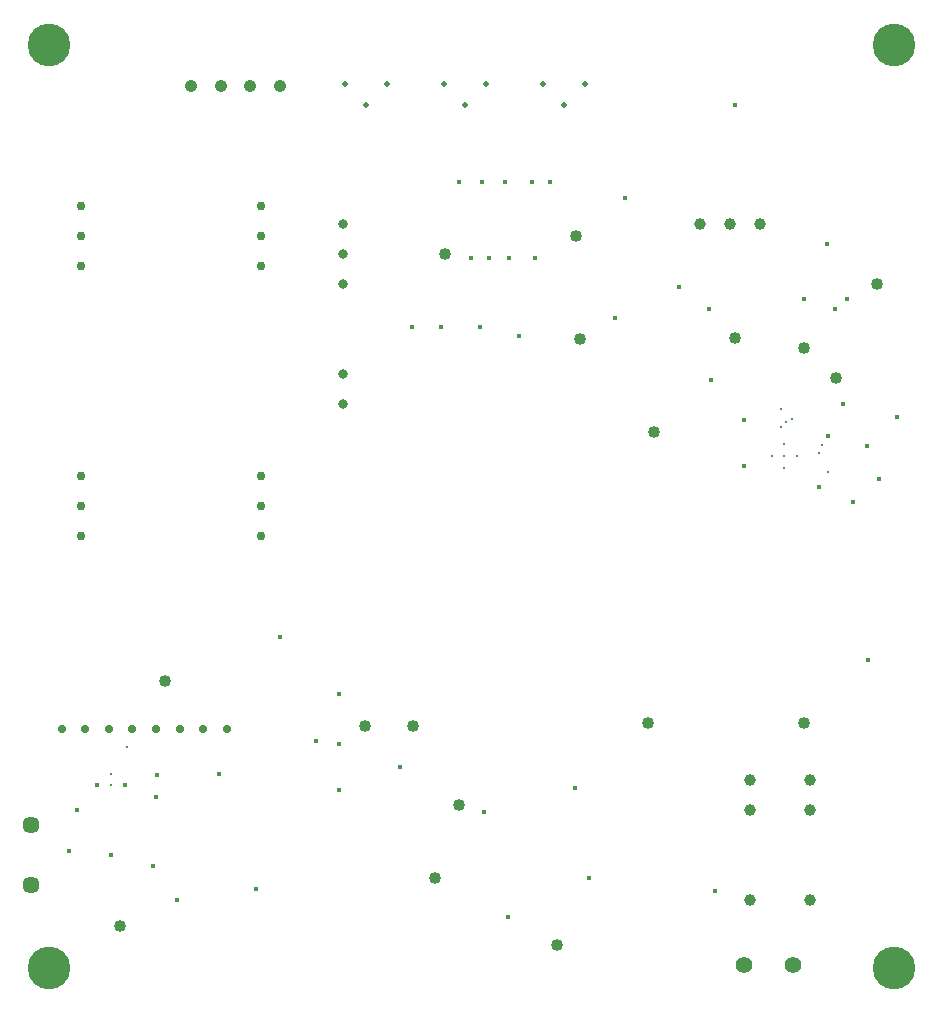
<source format=gbr>
%TF.GenerationSoftware,Altium Limited,Altium Designer,20.0.11 (256)*%
G04 Layer_Color=0*
%FSLAX26Y26*%
%MOIN*%
%TF.FileFunction,Plated,1,2,PTH,Drill*%
%TF.Part,Single*%
G01*
G75*
%TA.AperFunction,ComponentDrill*%
%ADD178C,0.030000*%
%ADD179C,0.057000*%
%ADD180C,0.039370*%
%ADD181C,0.032283*%
%ADD182C,0.142000*%
%ADD183C,0.040000*%
%ADD184C,0.055000*%
%ADD185C,0.039370*%
%ADD186C,0.027559*%
%ADD187C,0.041732*%
%ADD188C,0.020000*%
%ADD189C,0.009000*%
%TA.AperFunction,ViaDrill,NotFilled*%
%ADD190C,0.007874*%
%ADD191C,0.015000*%
%ADD192C,0.009000*%
D178*
X300000Y1645000D02*
D03*
Y1745000D02*
D03*
Y2645000D02*
D03*
Y1845000D02*
D03*
Y2745000D02*
D03*
X900000Y1745000D02*
D03*
Y1645000D02*
D03*
Y1845000D02*
D03*
X300000Y2545000D02*
D03*
X900000D02*
D03*
Y2745000D02*
D03*
Y2645000D02*
D03*
D179*
X133381Y480000D02*
D03*
Y680000D02*
D03*
D180*
X2730000Y830000D02*
D03*
Y730000D02*
D03*
Y430000D02*
D03*
X2530000D02*
D03*
Y730000D02*
D03*
Y830000D02*
D03*
D181*
X1175000Y2485000D02*
D03*
Y2685000D02*
D03*
Y2585000D02*
D03*
Y2185000D02*
D03*
Y2085000D02*
D03*
D182*
X195000Y205000D02*
D03*
Y3280000D02*
D03*
X3010000D02*
D03*
Y205000D02*
D03*
D183*
X2190000Y1020000D02*
D03*
X1559252Y748000D02*
D03*
X1248465Y1010000D02*
D03*
X1515000Y2585000D02*
D03*
X2712000Y2270000D02*
D03*
X431604Y343197D02*
D03*
X1408465Y1010000D02*
D03*
X2955000Y2485000D02*
D03*
X1965000Y2300000D02*
D03*
X1950000Y2645000D02*
D03*
X2479571Y2305000D02*
D03*
X2210000Y1990000D02*
D03*
X580000Y1160000D02*
D03*
X2816535Y2170000D02*
D03*
X2710000Y1020000D02*
D03*
X1480000Y502165D02*
D03*
X1888500Y281299D02*
D03*
D184*
X2672992Y212441D02*
D03*
X2510000D02*
D03*
D185*
X2565000Y2685000D02*
D03*
X2365000D02*
D03*
X2465000D02*
D03*
D186*
X392992Y1000000D02*
D03*
X471732D02*
D03*
X235512D02*
D03*
X314252D02*
D03*
X707953D02*
D03*
X786693D02*
D03*
X550472D02*
D03*
X629212D02*
D03*
D187*
X667029Y3143305D02*
D03*
X765454D02*
D03*
X863880D02*
D03*
X962305D02*
D03*
D188*
X1910000Y3080000D02*
D03*
X1840000Y3150000D02*
D03*
X1980000D02*
D03*
X1250000Y3080000D02*
D03*
X1180000Y3150000D02*
D03*
X1320000D02*
D03*
X1580000Y3080000D02*
D03*
X1510000Y3150000D02*
D03*
X1650000D02*
D03*
D189*
X400000Y850000D02*
D03*
Y815000D02*
D03*
D190*
X2603661Y1910000D02*
D03*
X2645000Y1868661D02*
D03*
Y1910000D02*
D03*
X2686339D02*
D03*
X2645000Y1951339D02*
D03*
D191*
X1365000Y874000D02*
D03*
X1159777Y797373D02*
D03*
X1083965Y960000D02*
D03*
X759098Y849304D02*
D03*
X2789303Y1977500D02*
D03*
X2113087Y2770000D02*
D03*
X553282Y848402D02*
D03*
X447244Y815000D02*
D03*
X550472Y773598D02*
D03*
X1992598Y502598D02*
D03*
X1642569Y722000D02*
D03*
X2415276Y460000D02*
D03*
X1160000Y1115748D02*
D03*
X965346Y1308366D02*
D03*
X1947778Y804820D02*
D03*
X2924500Y1230000D02*
D03*
X2510000Y1876535D02*
D03*
X288000Y729000D02*
D03*
X2760000Y1808000D02*
D03*
X2480000Y3080000D02*
D03*
X2080000Y2370000D02*
D03*
X2399409Y2164685D02*
D03*
X3019646Y2041162D02*
D03*
X2873465Y1756500D02*
D03*
X1725000Y375000D02*
D03*
X883465Y467000D02*
D03*
X540000Y544961D02*
D03*
X621535Y430360D02*
D03*
X2855000Y2433000D02*
D03*
X2785566Y2617664D02*
D03*
X2710000Y2435000D02*
D03*
X352756Y814000D02*
D03*
X400000Y581000D02*
D03*
X1815000Y2570000D02*
D03*
X1561929Y2825000D02*
D03*
X1637824D02*
D03*
X1715000D02*
D03*
X1805000D02*
D03*
X1865000D02*
D03*
X1405000Y2340000D02*
D03*
X1500000D02*
D03*
X1630000D02*
D03*
X1600000Y2570000D02*
D03*
X260277Y595000D02*
D03*
X2295000Y2475000D02*
D03*
X2395000Y2400000D02*
D03*
X1659755Y2570000D02*
D03*
X1725591D02*
D03*
X1160000Y950000D02*
D03*
X1760000Y2310000D02*
D03*
X2959410Y1835000D02*
D03*
X2920000Y1945000D02*
D03*
X2841768Y2085000D02*
D03*
X2510000Y2030000D02*
D03*
X2815000Y2400000D02*
D03*
D192*
X2635157Y2005903D02*
D03*
X2760000Y1920000D02*
D03*
X2669746Y2034746D02*
D03*
X2650604Y2023903D02*
D03*
X2635157Y2067000D02*
D03*
X2770303Y1947402D02*
D03*
X453475Y939254D02*
D03*
X2792109Y1858131D02*
D03*
%TF.MD5,45cdafc464ff49774abda81713d5e586*%
M02*

</source>
